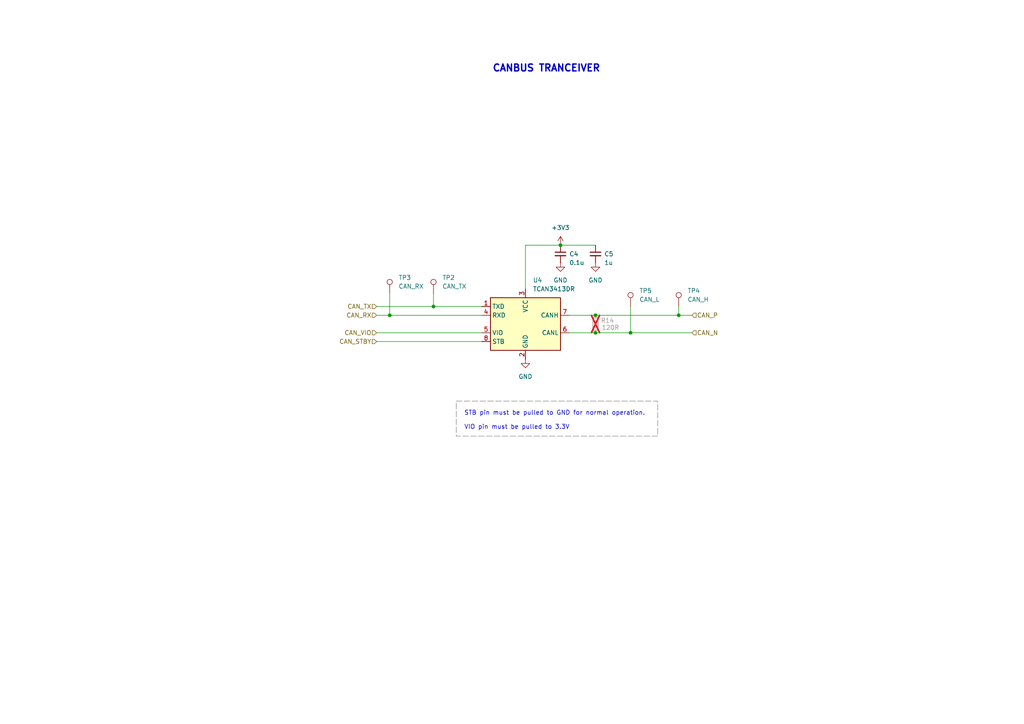
<source format=kicad_sch>
(kicad_sch (version 20250114) (generator "eeschema") (generator_version "9.0")
  (paper "A4")
  (title_block (title "CANLink") (date "2025-02-07") (rev "R1"))
  (lib_symbols
    (symbol "+3V3_1" (power) (pin_numbers (hide yes)) (pin_names (offset 0) (hide yes))
      (property "Value" "+3V3" (at 0 3.556 0))
      (symbol "+3V3_1_0_1"
        (polyline (pts (xy -0.762 1.27) (xy 0 2.54)))
        (polyline (pts (xy 0 2.54) (xy 0.762 1.27)))
        (polyline (pts (xy 0 0) (xy 0 2.54)))
      )
      (symbol "+3V3_1_1_1"
        (pin power_in line (at 0 0 90) (length 0) (name "~") (number "1"))
      )
    )
    (symbol "Connector:TestPoint" (pin_numbers (hide yes)) (pin_names (offset 0.762) (hide yes))
      (property "Reference" "TP" (at 0 6.858 0))
      (property "Value" "TestPoint" (at 0 5.08 0))
      (symbol "TestPoint_0_1"
        (circle (center 0 3.302) (radius 0.762))
      )
      (symbol "TestPoint_1_1"
        (pin passive line (at 0 0 90) (length 2.54) (name "1") (number "1"))
      )
    )
    (symbol "Device:C_Small" (pin_numbers (hide yes)) (pin_names (offset 0.254) (hide yes))
      (property "Reference" "C" (at 0.254 1.778 0))
      (property "Value" "C_Small" (at 0.254 -2.032 0))
      (symbol "C_Small_0_1"
        (polyline (pts (xy -1.524 0.508) (xy 1.524 0.508)) (stroke (width 0.3048)))
        (polyline (pts (xy -1.524 -0.508) (xy 1.524 -0.508)) (stroke (width 0.3302)))
      )
      (symbol "C_Small_1_1"
        (pin passive line (at 0 2.54 270) (length 2.032) (name "~") (number "1"))
        (pin passive line (at 0 -2.54 90) (length 2.032) (name "~") (number "2"))
      )
    )
    (symbol "Device:R_Small" (pin_numbers (hide yes)) (pin_names (offset 0.254) (hide yes))
      (property "Reference" "R" (at 0.762 0.508 0))
      (property "Value" "R_Small" (at 0.762 -1.016 0))
      (symbol "R_Small_0_1"
        (rectangle (start -0.762 1.778) (end 0.762 -1.778) (stroke (width 0.2032)))
      )
      (symbol "R_Small_1_1"
        (pin passive line (at 0 2.54 270) (length 0.762) (name "~") (number "1"))
        (pin passive line (at 0 -2.54 90) (length 0.762) (name "~") (number "2"))
      )
    )
    (symbol "GND_1" (power) (pin_numbers (hide yes)) (pin_names (offset 0) (hide yes))
      (property "Value" "GND" (at 0 -3.81 0))
      (symbol "GND_1_0_1"
        (polyline (pts (xy 0 0) (xy 0 -1.27) (xy 1.27 -1.27) (xy 0 -2.54) (xy -1.27 -1.27) (xy 0 -1.27)))
      )
      (symbol "GND_1_1_1"
        (pin power_in line (at 0 0 270) (length 0) (name "~") (number "1"))
      )
    )
    (symbol "My_Libraries:TCAN3413DR"
      (property "Reference" "U" (at -9.144 8.636 0))
      (property "Value" "TCAN3413DR" (at 0 0 0))
      (symbol "TCAN3413DR_0_1"
        (rectangle (start -10.16 7.62) (end 10.16 -7.62) (stroke (width 0.254)) (fill (type background)))
      )
      (symbol "TCAN3413DR_1_1"
        (pin input line (at -12.7 5.08 0) (length 2.54) (name "TXD") (number "1"))
        (pin output line (at -12.7 2.54 0) (length 2.54) (name "RXD") (number "4"))
        (pin input line (at -12.7 -2.54 0) (length 2.54) (name "VIO") (number "5"))
        (pin input line (at -12.7 -5.08 0) (length 2.54) (name "STB") (number "8"))
        (pin power_in line (at 0 10.16 270) (length 2.54) (name "VCC") (number "3"))
        (pin power_in line (at 0 -10.16 90) (length 2.54) (name "GND") (number "2"))
        (pin bidirectional line (at 12.7 2.54 180) (length 2.54) (name "CANH") (number "7"))
        (pin bidirectional line (at 12.7 -2.54 180) (length 2.54) (name "CANL") (number "6"))
      )
    )
  )
  (rectangle (start 132.334 116.332) (end 190.754 126.492) (stroke (width 0) (type dash) (color 132 132 132 1)))
  (text "CANBUS TRANCEIVER" (at 142.748 21.082 0) (effects (font (size 2 2) (thickness 0.4) (bold yes)) (justify left bottom)))
  (text "STB pin must be pulled to GND for normal operation.\n\nVIO pin must be pulled to 3.3V" (at 134.62 121.92 0) (effects (font (size 1.27 1.27)) (justify left)))
  (junction (at 182.88 96.52))
  (junction (at 125.73 88.9))
  (junction (at 172.72 96.52))
  (junction (at 113.03 91.44))
  (junction (at 162.56 71.12))
  (junction (at 196.85 91.44))
  (junction (at 172.72 91.44))
  (wire (pts (xy 109.22 96.52) (xy 139.7 96.52)))
  (wire (pts (xy 182.88 88.9) (xy 182.88 96.52)))
  (wire (pts (xy 113.03 91.44) (xy 139.7 91.44)))
  (wire (pts (xy 162.56 71.12) (xy 172.72 71.12)))
  (wire (pts (xy 182.88 96.52) (xy 200.66 96.52)))
  (wire (pts (xy 109.22 88.9) (xy 125.73 88.9)))
  (wire (pts (xy 152.4 83.82) (xy 152.4 71.12)))
  (wire (pts (xy 165.1 91.44) (xy 172.72 91.44)))
  (wire (pts (xy 165.1 96.52) (xy 172.72 96.52)))
  (wire (pts (xy 109.22 99.06) (xy 139.7 99.06)))
  (wire (pts (xy 196.85 88.9) (xy 196.85 91.44)))
  (wire (pts (xy 113.03 85.09) (xy 113.03 91.44)))
  (wire (pts (xy 125.73 85.09) (xy 125.73 88.9)))
  (wire (pts (xy 109.22 91.44) (xy 113.03 91.44)))
  (wire (pts (xy 125.73 88.9) (xy 139.7 88.9)))
  (wire (pts (xy 196.85 91.44) (xy 200.66 91.44)))
  (wire (pts (xy 172.72 96.52) (xy 182.88 96.52)))
  (wire (pts (xy 172.72 91.44) (xy 196.85 91.44)))
  (wire (pts (xy 152.4 71.12) (xy 162.56 71.12)))
  (hierarchical_label "CAN_VIO" (shape input) (at 109.22 96.52 180))
  (hierarchical_label "CAN_TX" (shape input) (at 109.22 88.9 180))
  (hierarchical_label "CAN_P" (shape input) (at 200.66 91.44 0))
  (hierarchical_label "CAN_STBY" (shape input) (at 109.22 99.06 180))
  (hierarchical_label "CAN_N" (shape input) (at 200.66 96.52 0))
  (hierarchical_label "CAN_RX" (shape input) (at 109.22 91.44 180))
  (symbol (lib_id "Device:R_Small") (at 172.72 93.98 0) (unit 1) (dnp yes)
    (property "Reference" "R14" (at 174.244 92.964 0) (effects (justify left)))
    (property "Value" "120R" (at 174.498 94.996 0) (effects (justify left)))
    (property "Footprint" "Resistor_SMD:R_0805_2012Metric" (effects (hide yes)))
  )
  (symbol (lib_name "GND_1") (lib_id "power:GND") (at 162.56 76.2 0) (unit 1)
    (property "Reference" "#PWR018" (effects (hide yes)))
    (property "Value" "GND" (at 162.56 81.28 0))
    (property "Description" "Power symbol creates a global label with name \"GND\" , ground" (effects (hide yes)))
  )
  (symbol (lib_name "+3V3_1") (lib_id "power:+3V3") (at 162.56 71.12 0) (unit 1)
    (property "Reference" "#PWR06" (effects (hide yes)))
    (property "Value" "+3V3" (at 162.56 66.04 0))
    (property "Description" "Power symbol creates a global label with name \"+3V3\"" (effects (hide yes)))
  )
  (symbol (lib_id "Device:C_Small") (at 162.56 73.66 0) (unit 1)
    (property "Reference" "C4" (at 165.1 73.66 0) (effects (justify left)))
    (property "Value" "0.1u" (at 165.1 76.2 0) (effects (justify left)))
    (property "Footprint" "Capacitor_SMD:C_0603_1608Metric" (effects (hide yes)))
  )
  (symbol (lib_id "My_Libraries:TCAN3413DR") (at 152.4 93.98 0) (unit 1)
    (property "Reference" "U4" (at 154.5433 81.28 0) (effects (justify left)))
    (property "Value" "TCAN3413DR" (at 154.5433 83.82 0) (effects (justify left)))
    (property "Footprint" "Package_SO:SOIC-8_3.9x4.9mm_P1.27mm" (effects (hide yes)))
    (property "Datasheet" "https://www.ti.com/lit/ds/symlink/tcan3413.pdf" (effects (hide yes)))
    (property "Description" "TCAN3413DR CAN bus Trasceiver 3.3V with Standby mode and +-58V Stadoff SOIC-8" (effects (hide yes)))
  )
  (symbol (lib_name "GND_1") (lib_id "power:GND") (at 172.72 76.2 0) (unit 1)
    (property "Reference" "#PWR017" (effects (hide yes)))
    (property "Value" "GND" (at 172.72 81.28 0))
    (property "Description" "Power symbol creates a global label with name \"GND\" , ground" (effects (hide yes)))
  )
  (symbol (lib_id "Connector:TestPoint") (at 125.73 85.09 0) (unit 1)
    (property "Reference" "TP2" (at 128.27 80.5179 0) (effects (justify left)))
    (property "Value" "CAN_TX" (at 128.27 83.0579 0) (effects (justify left)))
    (property "Footprint" "TestPoint:TestPoint_Pad_D2.0mm" (effects (hide yes)))
    (property "Description" "test point" (effects (hide yes)))
  )
  (symbol (lib_id "Connector:TestPoint") (at 113.03 85.09 0) (unit 1)
    (property "Reference" "TP3" (at 115.57 80.5179 0) (effects (justify left)))
    (property "Value" "CAN_RX" (at 115.57 83.0579 0) (effects (justify left)))
    (property "Footprint" "TestPoint:TestPoint_Pad_D2.0mm" (effects (hide yes)))
    (property "Description" "test point" (effects (hide yes)))
  )
  (symbol (lib_id "Connector:TestPoint") (at 182.88 88.9 0) (unit 1)
    (property "Reference" "TP5" (at 185.42 84.3279 0) (effects (justify left)))
    (property "Value" "CAN_L" (at 185.42 86.8679 0) (effects (justify left)))
    (property "Footprint" "TestPoint:TestPoint_Pad_D2.0mm" (effects (hide yes)))
    (property "Description" "test point" (effects (hide yes)))
  )
  (symbol (lib_id "Connector:TestPoint") (at 196.85 88.9 0) (unit 1)
    (property "Reference" "TP4" (at 199.39 84.3279 0) (effects (justify left)))
    (property "Value" "CAN_H" (at 199.39 86.8679 0) (effects (justify left)))
    (property "Footprint" "TestPoint:TestPoint_Pad_D2.0mm" (effects (hide yes)))
    (property "Description" "test point" (effects (hide yes)))
  )
  (symbol (lib_name "GND_1") (lib_id "power:GND") (at 152.4 104.14 0) (unit 1)
    (property "Reference" "#PWR019" (effects (hide yes)))
    (property "Value" "GND" (at 152.4 109.22 0))
    (property "Description" "Power symbol creates a global label with name \"GND\" , ground" (effects (hide yes)))
  )
  (symbol (lib_id "Device:C_Small") (at 172.72 73.66 0) (unit 1)
    (property "Reference" "C5" (at 175.26 73.66 0) (effects (justify left)))
    (property "Value" "1u" (at 175.26 76.2 0) (effects (justify left)))
    (property "Footprint" "Capacitor_SMD:C_0603_1608Metric" (effects (hide yes)))
  )
)
</source>
